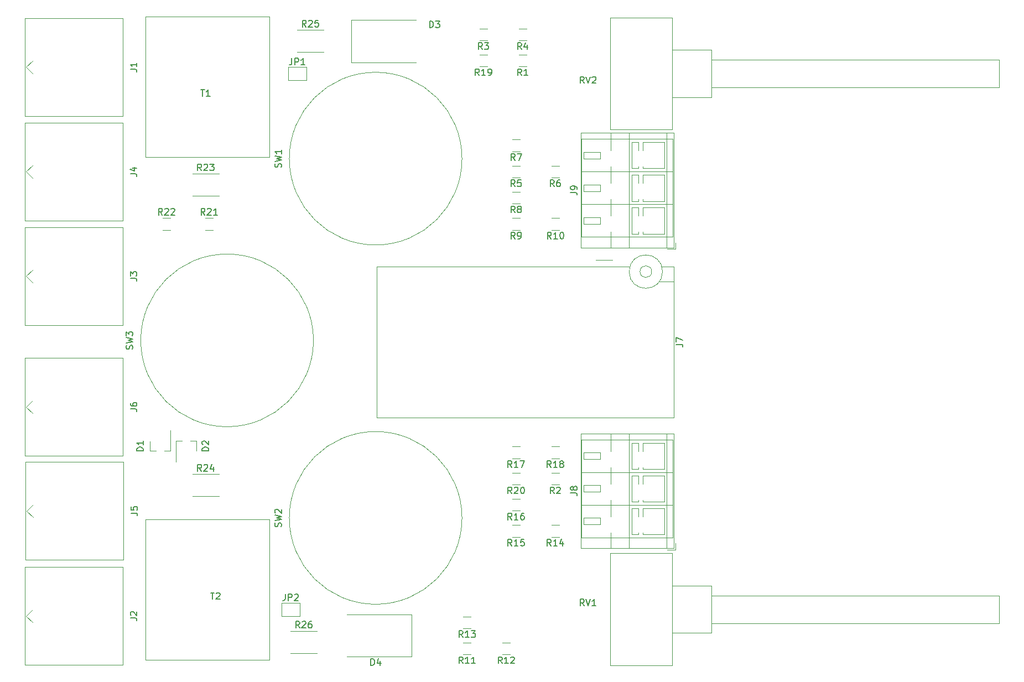
<source format=gbr>
G04 #@! TF.GenerationSoftware,KiCad,Pcbnew,(5.1.5)-3*
G04 #@! TF.CreationDate,2020-06-20T22:53:26+02:00*
G04 #@! TF.ProjectId,Tester,54657374-6572-42e6-9b69-6361645f7063,rev?*
G04 #@! TF.SameCoordinates,Original*
G04 #@! TF.FileFunction,Legend,Top*
G04 #@! TF.FilePolarity,Positive*
%FSLAX46Y46*%
G04 Gerber Fmt 4.6, Leading zero omitted, Abs format (unit mm)*
G04 Created by KiCad (PCBNEW (5.1.5)-3) date 2020-06-20 22:53:26*
%MOMM*%
%LPD*%
G04 APERTURE LIST*
%ADD10C,0.120000*%
%ADD11C,0.150000*%
G04 APERTURE END LIST*
D10*
X139879000Y-60430000D02*
X149420000Y-60430000D01*
X139879000Y-77570000D02*
X149420000Y-77570000D01*
X139879000Y-60430000D02*
X139879000Y-77570000D01*
X149420000Y-60430000D02*
X149420000Y-77570000D01*
X149420000Y-65380000D02*
X155420000Y-65380000D01*
X149420000Y-72620000D02*
X155420000Y-72620000D01*
X149420000Y-65380000D02*
X149420000Y-72620000D01*
X155420000Y-65380000D02*
X155420000Y-72620000D01*
X155420000Y-66880000D02*
X199420000Y-66880000D01*
X155420000Y-71120000D02*
X199420000Y-71120000D01*
X155420000Y-66880000D02*
X155420000Y-71120000D01*
X199420000Y-66880000D02*
X199420000Y-71120000D01*
X137730000Y-97550000D02*
X140270000Y-97550000D01*
X149660000Y-100850000D02*
X147400000Y-100850000D01*
X149660000Y-98570000D02*
X147800000Y-98570000D01*
X149660000Y-121670000D02*
X149660000Y-98570000D01*
X104160000Y-121670000D02*
X149660000Y-121670000D01*
X104160000Y-98570000D02*
X104160000Y-121670000D01*
X142900000Y-98570000D02*
X104160000Y-98570000D01*
X146250000Y-99300000D02*
G75*
G03X146250000Y-99300000I-900000J0D01*
G01*
X147900000Y-99300000D02*
G75*
G03X147900000Y-99300000I-2550000J0D01*
G01*
X149860000Y-95860000D02*
X149860000Y-94860000D01*
X148620000Y-95860000D02*
X149860000Y-95860000D01*
X135850000Y-81000000D02*
X138349000Y-81000000D01*
X135850000Y-82000000D02*
X138349000Y-82000000D01*
X138349000Y-82000000D02*
X138349000Y-81000000D01*
X135850000Y-82000000D02*
X135850000Y-81000000D01*
X143200000Y-79500000D02*
X144200000Y-79500000D01*
X143200000Y-83500000D02*
X144200000Y-83500000D01*
X144200000Y-80770000D02*
X144200000Y-79500000D01*
X144200000Y-83500000D02*
X144200000Y-83230000D01*
X143200000Y-83500000D02*
X143200000Y-79500000D01*
X135500000Y-79000000D02*
X149500000Y-79000000D01*
X135500000Y-84000000D02*
X149500000Y-84000000D01*
X149500000Y-84000000D02*
X149500000Y-79000000D01*
X135500000Y-84000000D02*
X135500000Y-79000000D01*
X144900000Y-79500000D02*
X148200000Y-79500000D01*
X144900000Y-83500000D02*
X148200000Y-83500000D01*
X148200000Y-83500000D02*
X148200000Y-79500000D01*
X144900000Y-80770000D02*
X144900000Y-79500000D01*
X144900000Y-83500000D02*
X144900000Y-83230000D01*
X135850000Y-86000000D02*
X138349000Y-86000000D01*
X135850000Y-87000000D02*
X138349000Y-87000000D01*
X138349000Y-87000000D02*
X138349000Y-86000000D01*
X135850000Y-87000000D02*
X135850000Y-86000000D01*
X143200000Y-84500000D02*
X144200000Y-84500000D01*
X143200000Y-88500000D02*
X144200000Y-88500000D01*
X144200000Y-85770000D02*
X144200000Y-84500000D01*
X144200000Y-88500000D02*
X144200000Y-88230000D01*
X143200000Y-88500000D02*
X143200000Y-84500000D01*
X135500000Y-84000000D02*
X149500000Y-84000000D01*
X135500000Y-89000000D02*
X149500000Y-89000000D01*
X149500000Y-89000000D02*
X149500000Y-84000000D01*
X135500000Y-89000000D02*
X135500000Y-84000000D01*
X144900000Y-84500000D02*
X148200000Y-84500000D01*
X144900000Y-88500000D02*
X148200000Y-88500000D01*
X148200000Y-88500000D02*
X148200000Y-84500000D01*
X144900000Y-85770000D02*
X144900000Y-84500000D01*
X144900000Y-88500000D02*
X144900000Y-88230000D01*
X135850000Y-91000000D02*
X138349000Y-91000000D01*
X135850000Y-92000000D02*
X138349000Y-92000000D01*
X138349000Y-92000000D02*
X138349000Y-91000000D01*
X135850000Y-92000000D02*
X135850000Y-91000000D01*
X143200000Y-89500000D02*
X144200000Y-89500000D01*
X143200000Y-93500000D02*
X144200000Y-93500000D01*
X144200000Y-90770000D02*
X144200000Y-89500000D01*
X144200000Y-93500000D02*
X144200000Y-93230000D01*
X143200000Y-93500000D02*
X143200000Y-89500000D01*
X135500000Y-89000000D02*
X149500000Y-89000000D01*
X135500000Y-94000000D02*
X149500000Y-94000000D01*
X149500000Y-94000000D02*
X149500000Y-89000000D01*
X135500000Y-94000000D02*
X135500000Y-89000000D01*
X144900000Y-89500000D02*
X148200000Y-89500000D01*
X144900000Y-93500000D02*
X148200000Y-93500000D01*
X148200000Y-93500000D02*
X148200000Y-89500000D01*
X144900000Y-90770000D02*
X144900000Y-89500000D01*
X144900000Y-93500000D02*
X144900000Y-93230000D01*
X135380000Y-78080000D02*
X149620000Y-78080000D01*
X135380000Y-95620000D02*
X149620000Y-95620000D01*
X149620000Y-95620000D02*
X149620000Y-78080000D01*
X135380000Y-95620000D02*
X135380000Y-78080000D01*
X140000000Y-80770000D02*
X140000000Y-78080000D01*
X140000000Y-85770000D02*
X140000000Y-83230000D01*
X140000000Y-90770000D02*
X140000000Y-88230000D01*
X140000000Y-95620000D02*
X140000000Y-93230000D01*
X142800000Y-95620000D02*
X142800000Y-78080000D01*
X148500000Y-95620000D02*
X148500000Y-78080000D01*
X149860000Y-141860000D02*
X149860000Y-140860000D01*
X148620000Y-141860000D02*
X149860000Y-141860000D01*
X135850000Y-127000000D02*
X138349000Y-127000000D01*
X135850000Y-128000000D02*
X138349000Y-128000000D01*
X138349000Y-128000000D02*
X138349000Y-127000000D01*
X135850000Y-128000000D02*
X135850000Y-127000000D01*
X143200000Y-125500000D02*
X144200000Y-125500000D01*
X143200000Y-129500000D02*
X144200000Y-129500000D01*
X144200000Y-126770000D02*
X144200000Y-125500000D01*
X144200000Y-129500000D02*
X144200000Y-129230000D01*
X143200000Y-129500000D02*
X143200000Y-125500000D01*
X135500000Y-125000000D02*
X149500000Y-125000000D01*
X135500000Y-130000000D02*
X149500000Y-130000000D01*
X149500000Y-130000000D02*
X149500000Y-125000000D01*
X135500000Y-130000000D02*
X135500000Y-125000000D01*
X144900000Y-125500000D02*
X148200000Y-125500000D01*
X144900000Y-129500000D02*
X148200000Y-129500000D01*
X148200000Y-129500000D02*
X148200000Y-125500000D01*
X144900000Y-126770000D02*
X144900000Y-125500000D01*
X144900000Y-129500000D02*
X144900000Y-129230000D01*
X135850000Y-132000000D02*
X138349000Y-132000000D01*
X135850000Y-133000000D02*
X138349000Y-133000000D01*
X138349000Y-133000000D02*
X138349000Y-132000000D01*
X135850000Y-133000000D02*
X135850000Y-132000000D01*
X143200000Y-130500000D02*
X144200000Y-130500000D01*
X143200000Y-134500000D02*
X144200000Y-134500000D01*
X144200000Y-131770000D02*
X144200000Y-130500000D01*
X144200000Y-134500000D02*
X144200000Y-134230000D01*
X143200000Y-134500000D02*
X143200000Y-130500000D01*
X135500000Y-130000000D02*
X149500000Y-130000000D01*
X135500000Y-135000000D02*
X149500000Y-135000000D01*
X149500000Y-135000000D02*
X149500000Y-130000000D01*
X135500000Y-135000000D02*
X135500000Y-130000000D01*
X144900000Y-130500000D02*
X148200000Y-130500000D01*
X144900000Y-134500000D02*
X148200000Y-134500000D01*
X148200000Y-134500000D02*
X148200000Y-130500000D01*
X144900000Y-131770000D02*
X144900000Y-130500000D01*
X144900000Y-134500000D02*
X144900000Y-134230000D01*
X135850000Y-137000000D02*
X138349000Y-137000000D01*
X135850000Y-138000000D02*
X138349000Y-138000000D01*
X138349000Y-138000000D02*
X138349000Y-137000000D01*
X135850000Y-138000000D02*
X135850000Y-137000000D01*
X143200000Y-135500000D02*
X144200000Y-135500000D01*
X143200000Y-139500000D02*
X144200000Y-139500000D01*
X144200000Y-136770000D02*
X144200000Y-135500000D01*
X144200000Y-139500000D02*
X144200000Y-139230000D01*
X143200000Y-139500000D02*
X143200000Y-135500000D01*
X135500000Y-135000000D02*
X149500000Y-135000000D01*
X135500000Y-140000000D02*
X149500000Y-140000000D01*
X149500000Y-140000000D02*
X149500000Y-135000000D01*
X135500000Y-140000000D02*
X135500000Y-135000000D01*
X144900000Y-135500000D02*
X148200000Y-135500000D01*
X144900000Y-139500000D02*
X148200000Y-139500000D01*
X148200000Y-139500000D02*
X148200000Y-135500000D01*
X144900000Y-136770000D02*
X144900000Y-135500000D01*
X144900000Y-139500000D02*
X144900000Y-139230000D01*
X135380000Y-124080000D02*
X149620000Y-124080000D01*
X135380000Y-141620000D02*
X149620000Y-141620000D01*
X149620000Y-141620000D02*
X149620000Y-124080000D01*
X135380000Y-141620000D02*
X135380000Y-124080000D01*
X140000000Y-126770000D02*
X140000000Y-124080000D01*
X140000000Y-131770000D02*
X140000000Y-129230000D01*
X140000000Y-136770000D02*
X140000000Y-134230000D01*
X140000000Y-141620000D02*
X140000000Y-139230000D01*
X142800000Y-141620000D02*
X142800000Y-124080000D01*
X148500000Y-141620000D02*
X148500000Y-124080000D01*
X109500000Y-158250000D02*
X99600000Y-158250000D01*
X109500000Y-151750000D02*
X99600000Y-151750000D01*
X109500000Y-151750000D02*
X109500000Y-158250000D01*
X100300000Y-60750000D02*
X110200000Y-60750000D01*
X100300000Y-67250000D02*
X110200000Y-67250000D01*
X100300000Y-67250000D02*
X100300000Y-60750000D01*
X89600000Y-150000000D02*
X92400000Y-150000000D01*
X92400000Y-150000000D02*
X92400000Y-152000000D01*
X92400000Y-152000000D02*
X89600000Y-152000000D01*
X89600000Y-152000000D02*
X89600000Y-150000000D01*
X90600000Y-68000000D02*
X93400000Y-68000000D01*
X93400000Y-68000000D02*
X93400000Y-70000000D01*
X93400000Y-70000000D02*
X90600000Y-70000000D01*
X90600000Y-70000000D02*
X90600000Y-68000000D01*
X139879000Y-142430000D02*
X149420000Y-142430000D01*
X139879000Y-159570000D02*
X149420000Y-159570000D01*
X139879000Y-142430000D02*
X139879000Y-159570000D01*
X149420000Y-142430000D02*
X149420000Y-159570000D01*
X149420000Y-147380000D02*
X155420000Y-147380000D01*
X149420000Y-154620000D02*
X155420000Y-154620000D01*
X149420000Y-147380000D02*
X149420000Y-154620000D01*
X155420000Y-147380000D02*
X155420000Y-154620000D01*
X155420000Y-148880000D02*
X199420000Y-148880000D01*
X155420000Y-153120000D02*
X199420000Y-153120000D01*
X155420000Y-148880000D02*
X155420000Y-153120000D01*
X199420000Y-148880000D02*
X199420000Y-153120000D01*
X90947936Y-157710000D02*
X95052064Y-157710000D01*
X90947936Y-154290000D02*
X95052064Y-154290000D01*
X91947936Y-65710000D02*
X96052064Y-65710000D01*
X91947936Y-62290000D02*
X96052064Y-62290000D01*
X75935436Y-87710000D02*
X80039564Y-87710000D01*
X75935436Y-84290000D02*
X80039564Y-84290000D01*
X75935436Y-133710000D02*
X80039564Y-133710000D01*
X75935436Y-130290000D02*
X80039564Y-130290000D01*
X87750000Y-158750000D02*
X68750000Y-158750000D01*
X68750000Y-158750000D02*
X68750000Y-137250000D01*
X68750000Y-137250000D02*
X87750000Y-137250000D01*
X87750000Y-137250000D02*
X87750000Y-158750000D01*
X87750000Y-81750000D02*
X68750000Y-81750000D01*
X68750000Y-81750000D02*
X68750000Y-60250000D01*
X68750000Y-60250000D02*
X87750000Y-60250000D01*
X87750000Y-60250000D02*
X87750000Y-81750000D01*
X94480803Y-109824999D02*
G75*
G03X94480803Y-109824999I-13215000J0D01*
G01*
X117215000Y-137000000D02*
G75*
G03X117215000Y-137000000I-13215000J0D01*
G01*
X117215000Y-82000000D02*
G75*
G03X117215000Y-82000000I-13215000J0D01*
G01*
X71397936Y-92910000D02*
X72602064Y-92910000D01*
X71397936Y-91090000D02*
X72602064Y-91090000D01*
X77910436Y-92910000D02*
X79114564Y-92910000D01*
X77910436Y-91090000D02*
X79114564Y-91090000D01*
X126089564Y-130090000D02*
X124885436Y-130090000D01*
X126089564Y-131910000D02*
X124885436Y-131910000D01*
X121089564Y-66090000D02*
X119885436Y-66090000D01*
X121089564Y-67910000D02*
X119885436Y-67910000D01*
X132089564Y-126090000D02*
X130885436Y-126090000D01*
X132089564Y-127910000D02*
X130885436Y-127910000D01*
X126089564Y-126090000D02*
X124885436Y-126090000D01*
X126089564Y-127910000D02*
X124885436Y-127910000D01*
X126089564Y-134090000D02*
X124885436Y-134090000D01*
X126089564Y-135910000D02*
X124885436Y-135910000D01*
X126089564Y-138090000D02*
X124885436Y-138090000D01*
X126089564Y-139910000D02*
X124885436Y-139910000D01*
X132089564Y-138090000D02*
X130885436Y-138090000D01*
X132089564Y-139910000D02*
X130885436Y-139910000D01*
X118589564Y-152090000D02*
X117385436Y-152090000D01*
X118589564Y-153910000D02*
X117385436Y-153910000D01*
X124589564Y-156090000D02*
X123385436Y-156090000D01*
X124589564Y-157910000D02*
X123385436Y-157910000D01*
X118589564Y-156090000D02*
X117385436Y-156090000D01*
X118589564Y-157910000D02*
X117385436Y-157910000D01*
X132114564Y-91090000D02*
X130910436Y-91090000D01*
X132114564Y-92910000D02*
X130910436Y-92910000D01*
X126089564Y-91090000D02*
X124885436Y-91090000D01*
X126089564Y-92910000D02*
X124885436Y-92910000D01*
X126089564Y-87090000D02*
X124885436Y-87090000D01*
X126089564Y-88910000D02*
X124885436Y-88910000D01*
X132089564Y-83090000D02*
X130885436Y-83090000D01*
X132089564Y-84910000D02*
X130885436Y-84910000D01*
X126089564Y-83090000D02*
X124885436Y-83090000D01*
X126089564Y-84910000D02*
X124885436Y-84910000D01*
X127089564Y-62090000D02*
X125885436Y-62090000D01*
X127089564Y-63910000D02*
X125885436Y-63910000D01*
X121089564Y-62090000D02*
X119885436Y-62090000D01*
X121089564Y-63910000D02*
X119885436Y-63910000D01*
X132089564Y-130090000D02*
X130885436Y-130090000D01*
X132089564Y-131910000D02*
X130885436Y-131910000D01*
X127114564Y-66090000D02*
X125910436Y-66090000D01*
X127114564Y-67910000D02*
X125910436Y-67910000D01*
X126089564Y-79090000D02*
X124885436Y-79090000D01*
X126089564Y-80910000D02*
X124885436Y-80910000D01*
X50500000Y-120000000D02*
X51500000Y-119000000D01*
X50500000Y-120000000D02*
X51500000Y-121000000D01*
X65300000Y-127500000D02*
X50300000Y-127500000D01*
X65300000Y-112500000D02*
X65300000Y-127500000D01*
X50300000Y-112500000D02*
X65300000Y-112500000D01*
X50300000Y-127500000D02*
X50300000Y-112500000D01*
X50580000Y-135920000D02*
X51580000Y-134920000D01*
X50580000Y-135920000D02*
X51580000Y-136920000D01*
X65380000Y-143420000D02*
X50380000Y-143420000D01*
X65380000Y-128420000D02*
X65380000Y-143420000D01*
X50380000Y-128420000D02*
X65380000Y-128420000D01*
X50380000Y-143420000D02*
X50380000Y-128420000D01*
X50500000Y-84000000D02*
X51500000Y-83000000D01*
X50500000Y-84000000D02*
X51500000Y-85000000D01*
X65300000Y-91500000D02*
X50300000Y-91500000D01*
X65300000Y-76500000D02*
X65300000Y-91500000D01*
X50300000Y-76500000D02*
X65300000Y-76500000D01*
X50300000Y-91500000D02*
X50300000Y-76500000D01*
X50500000Y-100000000D02*
X51500000Y-99000000D01*
X50500000Y-100000000D02*
X51500000Y-101000000D01*
X65300000Y-107500000D02*
X50300000Y-107500000D01*
X65300000Y-92500000D02*
X65300000Y-107500000D01*
X50300000Y-92500000D02*
X65300000Y-92500000D01*
X50300000Y-107500000D02*
X50300000Y-92500000D01*
X50500000Y-152000000D02*
X51500000Y-151000000D01*
X50500000Y-152000000D02*
X51500000Y-153000000D01*
X65300000Y-159500000D02*
X50300000Y-159500000D01*
X65300000Y-144500000D02*
X65300000Y-159500000D01*
X50300000Y-144500000D02*
X65300000Y-144500000D01*
X50300000Y-159500000D02*
X50300000Y-144500000D01*
X50500000Y-68000000D02*
X51500000Y-67000000D01*
X50500000Y-68000000D02*
X51500000Y-69000000D01*
X65300000Y-75500000D02*
X50300000Y-75500000D01*
X65300000Y-60500000D02*
X65300000Y-75500000D01*
X50300000Y-60500000D02*
X65300000Y-60500000D01*
X50300000Y-75500000D02*
X50300000Y-60500000D01*
X69420000Y-126760000D02*
X69420000Y-125300000D01*
X72580000Y-126760000D02*
X72580000Y-123600000D01*
X72580000Y-126760000D02*
X71650000Y-126760000D01*
X69420000Y-126760000D02*
X70350000Y-126760000D01*
X76580000Y-125240000D02*
X76580000Y-126700000D01*
X73420000Y-125240000D02*
X73420000Y-128400000D01*
X73420000Y-125240000D02*
X74350000Y-125240000D01*
X76580000Y-125240000D02*
X75650000Y-125240000D01*
D11*
X135904761Y-70452380D02*
X135571428Y-69976190D01*
X135333333Y-70452380D02*
X135333333Y-69452380D01*
X135714285Y-69452380D01*
X135809523Y-69500000D01*
X135857142Y-69547619D01*
X135904761Y-69642857D01*
X135904761Y-69785714D01*
X135857142Y-69880952D01*
X135809523Y-69928571D01*
X135714285Y-69976190D01*
X135333333Y-69976190D01*
X136190476Y-69452380D02*
X136523809Y-70452380D01*
X136857142Y-69452380D01*
X137142857Y-69547619D02*
X137190476Y-69500000D01*
X137285714Y-69452380D01*
X137523809Y-69452380D01*
X137619047Y-69500000D01*
X137666666Y-69547619D01*
X137714285Y-69642857D01*
X137714285Y-69738095D01*
X137666666Y-69880952D01*
X137095238Y-70452380D01*
X137714285Y-70452380D01*
X150012380Y-110453333D02*
X150726666Y-110453333D01*
X150869523Y-110500952D01*
X150964761Y-110596190D01*
X151012380Y-110739047D01*
X151012380Y-110834285D01*
X150012380Y-110072380D02*
X150012380Y-109405714D01*
X151012380Y-109834285D01*
X133832380Y-87183333D02*
X134546666Y-87183333D01*
X134689523Y-87230952D01*
X134784761Y-87326190D01*
X134832380Y-87469047D01*
X134832380Y-87564285D01*
X134832380Y-86659523D02*
X134832380Y-86469047D01*
X134784761Y-86373809D01*
X134737142Y-86326190D01*
X134594285Y-86230952D01*
X134403809Y-86183333D01*
X134022857Y-86183333D01*
X133927619Y-86230952D01*
X133880000Y-86278571D01*
X133832380Y-86373809D01*
X133832380Y-86564285D01*
X133880000Y-86659523D01*
X133927619Y-86707142D01*
X134022857Y-86754761D01*
X134260952Y-86754761D01*
X134356190Y-86707142D01*
X134403809Y-86659523D01*
X134451428Y-86564285D01*
X134451428Y-86373809D01*
X134403809Y-86278571D01*
X134356190Y-86230952D01*
X134260952Y-86183333D01*
X133832380Y-133183333D02*
X134546666Y-133183333D01*
X134689523Y-133230952D01*
X134784761Y-133326190D01*
X134832380Y-133469047D01*
X134832380Y-133564285D01*
X134260952Y-132564285D02*
X134213333Y-132659523D01*
X134165714Y-132707142D01*
X134070476Y-132754761D01*
X134022857Y-132754761D01*
X133927619Y-132707142D01*
X133880000Y-132659523D01*
X133832380Y-132564285D01*
X133832380Y-132373809D01*
X133880000Y-132278571D01*
X133927619Y-132230952D01*
X134022857Y-132183333D01*
X134070476Y-132183333D01*
X134165714Y-132230952D01*
X134213333Y-132278571D01*
X134260952Y-132373809D01*
X134260952Y-132564285D01*
X134308571Y-132659523D01*
X134356190Y-132707142D01*
X134451428Y-132754761D01*
X134641904Y-132754761D01*
X134737142Y-132707142D01*
X134784761Y-132659523D01*
X134832380Y-132564285D01*
X134832380Y-132373809D01*
X134784761Y-132278571D01*
X134737142Y-132230952D01*
X134641904Y-132183333D01*
X134451428Y-132183333D01*
X134356190Y-132230952D01*
X134308571Y-132278571D01*
X134260952Y-132373809D01*
X103261904Y-159552380D02*
X103261904Y-158552380D01*
X103500000Y-158552380D01*
X103642857Y-158600000D01*
X103738095Y-158695238D01*
X103785714Y-158790476D01*
X103833333Y-158980952D01*
X103833333Y-159123809D01*
X103785714Y-159314285D01*
X103738095Y-159409523D01*
X103642857Y-159504761D01*
X103500000Y-159552380D01*
X103261904Y-159552380D01*
X104690476Y-158885714D02*
X104690476Y-159552380D01*
X104452380Y-158504761D02*
X104214285Y-159219047D01*
X104833333Y-159219047D01*
X112261904Y-61952380D02*
X112261904Y-60952380D01*
X112500000Y-60952380D01*
X112642857Y-61000000D01*
X112738095Y-61095238D01*
X112785714Y-61190476D01*
X112833333Y-61380952D01*
X112833333Y-61523809D01*
X112785714Y-61714285D01*
X112738095Y-61809523D01*
X112642857Y-61904761D01*
X112500000Y-61952380D01*
X112261904Y-61952380D01*
X113166666Y-60952380D02*
X113785714Y-60952380D01*
X113452380Y-61333333D01*
X113595238Y-61333333D01*
X113690476Y-61380952D01*
X113738095Y-61428571D01*
X113785714Y-61523809D01*
X113785714Y-61761904D01*
X113738095Y-61857142D01*
X113690476Y-61904761D01*
X113595238Y-61952380D01*
X113309523Y-61952380D01*
X113214285Y-61904761D01*
X113166666Y-61857142D01*
X90166666Y-148652380D02*
X90166666Y-149366666D01*
X90119047Y-149509523D01*
X90023809Y-149604761D01*
X89880952Y-149652380D01*
X89785714Y-149652380D01*
X90642857Y-149652380D02*
X90642857Y-148652380D01*
X91023809Y-148652380D01*
X91119047Y-148700000D01*
X91166666Y-148747619D01*
X91214285Y-148842857D01*
X91214285Y-148985714D01*
X91166666Y-149080952D01*
X91119047Y-149128571D01*
X91023809Y-149176190D01*
X90642857Y-149176190D01*
X91595238Y-148747619D02*
X91642857Y-148700000D01*
X91738095Y-148652380D01*
X91976190Y-148652380D01*
X92071428Y-148700000D01*
X92119047Y-148747619D01*
X92166666Y-148842857D01*
X92166666Y-148938095D01*
X92119047Y-149080952D01*
X91547619Y-149652380D01*
X92166666Y-149652380D01*
X91166666Y-66652380D02*
X91166666Y-67366666D01*
X91119047Y-67509523D01*
X91023809Y-67604761D01*
X90880952Y-67652380D01*
X90785714Y-67652380D01*
X91642857Y-67652380D02*
X91642857Y-66652380D01*
X92023809Y-66652380D01*
X92119047Y-66700000D01*
X92166666Y-66747619D01*
X92214285Y-66842857D01*
X92214285Y-66985714D01*
X92166666Y-67080952D01*
X92119047Y-67128571D01*
X92023809Y-67176190D01*
X91642857Y-67176190D01*
X93166666Y-67652380D02*
X92595238Y-67652380D01*
X92880952Y-67652380D02*
X92880952Y-66652380D01*
X92785714Y-66795238D01*
X92690476Y-66890476D01*
X92595238Y-66938095D01*
X135904761Y-150452380D02*
X135571428Y-149976190D01*
X135333333Y-150452380D02*
X135333333Y-149452380D01*
X135714285Y-149452380D01*
X135809523Y-149500000D01*
X135857142Y-149547619D01*
X135904761Y-149642857D01*
X135904761Y-149785714D01*
X135857142Y-149880952D01*
X135809523Y-149928571D01*
X135714285Y-149976190D01*
X135333333Y-149976190D01*
X136190476Y-149452380D02*
X136523809Y-150452380D01*
X136857142Y-149452380D01*
X137714285Y-150452380D02*
X137142857Y-150452380D01*
X137428571Y-150452380D02*
X137428571Y-149452380D01*
X137333333Y-149595238D01*
X137238095Y-149690476D01*
X137142857Y-149738095D01*
X92357142Y-153832380D02*
X92023809Y-153356190D01*
X91785714Y-153832380D02*
X91785714Y-152832380D01*
X92166666Y-152832380D01*
X92261904Y-152880000D01*
X92309523Y-152927619D01*
X92357142Y-153022857D01*
X92357142Y-153165714D01*
X92309523Y-153260952D01*
X92261904Y-153308571D01*
X92166666Y-153356190D01*
X91785714Y-153356190D01*
X92738095Y-152927619D02*
X92785714Y-152880000D01*
X92880952Y-152832380D01*
X93119047Y-152832380D01*
X93214285Y-152880000D01*
X93261904Y-152927619D01*
X93309523Y-153022857D01*
X93309523Y-153118095D01*
X93261904Y-153260952D01*
X92690476Y-153832380D01*
X93309523Y-153832380D01*
X94166666Y-152832380D02*
X93976190Y-152832380D01*
X93880952Y-152880000D01*
X93833333Y-152927619D01*
X93738095Y-153070476D01*
X93690476Y-153260952D01*
X93690476Y-153641904D01*
X93738095Y-153737142D01*
X93785714Y-153784761D01*
X93880952Y-153832380D01*
X94071428Y-153832380D01*
X94166666Y-153784761D01*
X94214285Y-153737142D01*
X94261904Y-153641904D01*
X94261904Y-153403809D01*
X94214285Y-153308571D01*
X94166666Y-153260952D01*
X94071428Y-153213333D01*
X93880952Y-153213333D01*
X93785714Y-153260952D01*
X93738095Y-153308571D01*
X93690476Y-153403809D01*
X93357142Y-61832380D02*
X93023809Y-61356190D01*
X92785714Y-61832380D02*
X92785714Y-60832380D01*
X93166666Y-60832380D01*
X93261904Y-60880000D01*
X93309523Y-60927619D01*
X93357142Y-61022857D01*
X93357142Y-61165714D01*
X93309523Y-61260952D01*
X93261904Y-61308571D01*
X93166666Y-61356190D01*
X92785714Y-61356190D01*
X93738095Y-60927619D02*
X93785714Y-60880000D01*
X93880952Y-60832380D01*
X94119047Y-60832380D01*
X94214285Y-60880000D01*
X94261904Y-60927619D01*
X94309523Y-61022857D01*
X94309523Y-61118095D01*
X94261904Y-61260952D01*
X93690476Y-61832380D01*
X94309523Y-61832380D01*
X95214285Y-60832380D02*
X94738095Y-60832380D01*
X94690476Y-61308571D01*
X94738095Y-61260952D01*
X94833333Y-61213333D01*
X95071428Y-61213333D01*
X95166666Y-61260952D01*
X95214285Y-61308571D01*
X95261904Y-61403809D01*
X95261904Y-61641904D01*
X95214285Y-61737142D01*
X95166666Y-61784761D01*
X95071428Y-61832380D01*
X94833333Y-61832380D01*
X94738095Y-61784761D01*
X94690476Y-61737142D01*
X77344642Y-83832380D02*
X77011309Y-83356190D01*
X76773214Y-83832380D02*
X76773214Y-82832380D01*
X77154166Y-82832380D01*
X77249404Y-82880000D01*
X77297023Y-82927619D01*
X77344642Y-83022857D01*
X77344642Y-83165714D01*
X77297023Y-83260952D01*
X77249404Y-83308571D01*
X77154166Y-83356190D01*
X76773214Y-83356190D01*
X77725595Y-82927619D02*
X77773214Y-82880000D01*
X77868452Y-82832380D01*
X78106547Y-82832380D01*
X78201785Y-82880000D01*
X78249404Y-82927619D01*
X78297023Y-83022857D01*
X78297023Y-83118095D01*
X78249404Y-83260952D01*
X77677976Y-83832380D01*
X78297023Y-83832380D01*
X78630357Y-82832380D02*
X79249404Y-82832380D01*
X78916071Y-83213333D01*
X79058928Y-83213333D01*
X79154166Y-83260952D01*
X79201785Y-83308571D01*
X79249404Y-83403809D01*
X79249404Y-83641904D01*
X79201785Y-83737142D01*
X79154166Y-83784761D01*
X79058928Y-83832380D01*
X78773214Y-83832380D01*
X78677976Y-83784761D01*
X78630357Y-83737142D01*
X77344642Y-129832380D02*
X77011309Y-129356190D01*
X76773214Y-129832380D02*
X76773214Y-128832380D01*
X77154166Y-128832380D01*
X77249404Y-128880000D01*
X77297023Y-128927619D01*
X77344642Y-129022857D01*
X77344642Y-129165714D01*
X77297023Y-129260952D01*
X77249404Y-129308571D01*
X77154166Y-129356190D01*
X76773214Y-129356190D01*
X77725595Y-128927619D02*
X77773214Y-128880000D01*
X77868452Y-128832380D01*
X78106547Y-128832380D01*
X78201785Y-128880000D01*
X78249404Y-128927619D01*
X78297023Y-129022857D01*
X78297023Y-129118095D01*
X78249404Y-129260952D01*
X77677976Y-129832380D01*
X78297023Y-129832380D01*
X79154166Y-129165714D02*
X79154166Y-129832380D01*
X78916071Y-128784761D02*
X78677976Y-129499047D01*
X79297023Y-129499047D01*
X78738095Y-148452380D02*
X79309523Y-148452380D01*
X79023809Y-149452380D02*
X79023809Y-148452380D01*
X79595238Y-148547619D02*
X79642857Y-148500000D01*
X79738095Y-148452380D01*
X79976190Y-148452380D01*
X80071428Y-148500000D01*
X80119047Y-148547619D01*
X80166666Y-148642857D01*
X80166666Y-148738095D01*
X80119047Y-148880952D01*
X79547619Y-149452380D01*
X80166666Y-149452380D01*
X77238095Y-71452380D02*
X77809523Y-71452380D01*
X77523809Y-72452380D02*
X77523809Y-71452380D01*
X78666666Y-72452380D02*
X78095238Y-72452380D01*
X78380952Y-72452380D02*
X78380952Y-71452380D01*
X78285714Y-71595238D01*
X78190476Y-71690476D01*
X78095238Y-71738095D01*
X66780564Y-111158332D02*
X66828183Y-111015475D01*
X66828183Y-110777379D01*
X66780564Y-110682141D01*
X66732945Y-110634522D01*
X66637707Y-110586903D01*
X66542469Y-110586903D01*
X66447231Y-110634522D01*
X66399612Y-110682141D01*
X66351993Y-110777379D01*
X66304374Y-110967856D01*
X66256755Y-111063094D01*
X66209136Y-111110713D01*
X66113898Y-111158332D01*
X66018660Y-111158332D01*
X65923422Y-111110713D01*
X65875803Y-111063094D01*
X65828183Y-110967856D01*
X65828183Y-110729760D01*
X65875803Y-110586903D01*
X65828183Y-110253570D02*
X66828183Y-110015475D01*
X66113898Y-109824999D01*
X66828183Y-109634522D01*
X65828183Y-109396427D01*
X65828183Y-109110713D02*
X65828183Y-108491665D01*
X66209136Y-108824999D01*
X66209136Y-108682141D01*
X66256755Y-108586903D01*
X66304374Y-108539284D01*
X66399612Y-108491665D01*
X66637707Y-108491665D01*
X66732945Y-108539284D01*
X66780564Y-108586903D01*
X66828183Y-108682141D01*
X66828183Y-108967856D01*
X66780564Y-109063094D01*
X66732945Y-109110713D01*
X89514761Y-138333333D02*
X89562380Y-138190476D01*
X89562380Y-137952380D01*
X89514761Y-137857142D01*
X89467142Y-137809523D01*
X89371904Y-137761904D01*
X89276666Y-137761904D01*
X89181428Y-137809523D01*
X89133809Y-137857142D01*
X89086190Y-137952380D01*
X89038571Y-138142857D01*
X88990952Y-138238095D01*
X88943333Y-138285714D01*
X88848095Y-138333333D01*
X88752857Y-138333333D01*
X88657619Y-138285714D01*
X88610000Y-138238095D01*
X88562380Y-138142857D01*
X88562380Y-137904761D01*
X88610000Y-137761904D01*
X88562380Y-137428571D02*
X89562380Y-137190476D01*
X88848095Y-137000000D01*
X89562380Y-136809523D01*
X88562380Y-136571428D01*
X88657619Y-136238095D02*
X88610000Y-136190476D01*
X88562380Y-136095238D01*
X88562380Y-135857142D01*
X88610000Y-135761904D01*
X88657619Y-135714285D01*
X88752857Y-135666666D01*
X88848095Y-135666666D01*
X88990952Y-135714285D01*
X89562380Y-136285714D01*
X89562380Y-135666666D01*
X89514761Y-83333333D02*
X89562380Y-83190476D01*
X89562380Y-82952380D01*
X89514761Y-82857142D01*
X89467142Y-82809523D01*
X89371904Y-82761904D01*
X89276666Y-82761904D01*
X89181428Y-82809523D01*
X89133809Y-82857142D01*
X89086190Y-82952380D01*
X89038571Y-83142857D01*
X88990952Y-83238095D01*
X88943333Y-83285714D01*
X88848095Y-83333333D01*
X88752857Y-83333333D01*
X88657619Y-83285714D01*
X88610000Y-83238095D01*
X88562380Y-83142857D01*
X88562380Y-82904761D01*
X88610000Y-82761904D01*
X88562380Y-82428571D02*
X89562380Y-82190476D01*
X88848095Y-82000000D01*
X89562380Y-81809523D01*
X88562380Y-81571428D01*
X89562380Y-80666666D02*
X89562380Y-81238095D01*
X89562380Y-80952380D02*
X88562380Y-80952380D01*
X88705238Y-81047619D01*
X88800476Y-81142857D01*
X88848095Y-81238095D01*
X71357142Y-90632380D02*
X71023809Y-90156190D01*
X70785714Y-90632380D02*
X70785714Y-89632380D01*
X71166666Y-89632380D01*
X71261904Y-89680000D01*
X71309523Y-89727619D01*
X71357142Y-89822857D01*
X71357142Y-89965714D01*
X71309523Y-90060952D01*
X71261904Y-90108571D01*
X71166666Y-90156190D01*
X70785714Y-90156190D01*
X71738095Y-89727619D02*
X71785714Y-89680000D01*
X71880952Y-89632380D01*
X72119047Y-89632380D01*
X72214285Y-89680000D01*
X72261904Y-89727619D01*
X72309523Y-89822857D01*
X72309523Y-89918095D01*
X72261904Y-90060952D01*
X71690476Y-90632380D01*
X72309523Y-90632380D01*
X72690476Y-89727619D02*
X72738095Y-89680000D01*
X72833333Y-89632380D01*
X73071428Y-89632380D01*
X73166666Y-89680000D01*
X73214285Y-89727619D01*
X73261904Y-89822857D01*
X73261904Y-89918095D01*
X73214285Y-90060952D01*
X72642857Y-90632380D01*
X73261904Y-90632380D01*
X77869642Y-90632380D02*
X77536309Y-90156190D01*
X77298214Y-90632380D02*
X77298214Y-89632380D01*
X77679166Y-89632380D01*
X77774404Y-89680000D01*
X77822023Y-89727619D01*
X77869642Y-89822857D01*
X77869642Y-89965714D01*
X77822023Y-90060952D01*
X77774404Y-90108571D01*
X77679166Y-90156190D01*
X77298214Y-90156190D01*
X78250595Y-89727619D02*
X78298214Y-89680000D01*
X78393452Y-89632380D01*
X78631547Y-89632380D01*
X78726785Y-89680000D01*
X78774404Y-89727619D01*
X78822023Y-89822857D01*
X78822023Y-89918095D01*
X78774404Y-90060952D01*
X78202976Y-90632380D01*
X78822023Y-90632380D01*
X79774404Y-90632380D02*
X79202976Y-90632380D01*
X79488690Y-90632380D02*
X79488690Y-89632380D01*
X79393452Y-89775238D01*
X79298214Y-89870476D01*
X79202976Y-89918095D01*
X124844642Y-133272380D02*
X124511309Y-132796190D01*
X124273214Y-133272380D02*
X124273214Y-132272380D01*
X124654166Y-132272380D01*
X124749404Y-132320000D01*
X124797023Y-132367619D01*
X124844642Y-132462857D01*
X124844642Y-132605714D01*
X124797023Y-132700952D01*
X124749404Y-132748571D01*
X124654166Y-132796190D01*
X124273214Y-132796190D01*
X125225595Y-132367619D02*
X125273214Y-132320000D01*
X125368452Y-132272380D01*
X125606547Y-132272380D01*
X125701785Y-132320000D01*
X125749404Y-132367619D01*
X125797023Y-132462857D01*
X125797023Y-132558095D01*
X125749404Y-132700952D01*
X125177976Y-133272380D01*
X125797023Y-133272380D01*
X126416071Y-132272380D02*
X126511309Y-132272380D01*
X126606547Y-132320000D01*
X126654166Y-132367619D01*
X126701785Y-132462857D01*
X126749404Y-132653333D01*
X126749404Y-132891428D01*
X126701785Y-133081904D01*
X126654166Y-133177142D01*
X126606547Y-133224761D01*
X126511309Y-133272380D01*
X126416071Y-133272380D01*
X126320833Y-133224761D01*
X126273214Y-133177142D01*
X126225595Y-133081904D01*
X126177976Y-132891428D01*
X126177976Y-132653333D01*
X126225595Y-132462857D01*
X126273214Y-132367619D01*
X126320833Y-132320000D01*
X126416071Y-132272380D01*
X119844642Y-69272380D02*
X119511309Y-68796190D01*
X119273214Y-69272380D02*
X119273214Y-68272380D01*
X119654166Y-68272380D01*
X119749404Y-68320000D01*
X119797023Y-68367619D01*
X119844642Y-68462857D01*
X119844642Y-68605714D01*
X119797023Y-68700952D01*
X119749404Y-68748571D01*
X119654166Y-68796190D01*
X119273214Y-68796190D01*
X120797023Y-69272380D02*
X120225595Y-69272380D01*
X120511309Y-69272380D02*
X120511309Y-68272380D01*
X120416071Y-68415238D01*
X120320833Y-68510476D01*
X120225595Y-68558095D01*
X121273214Y-69272380D02*
X121463690Y-69272380D01*
X121558928Y-69224761D01*
X121606547Y-69177142D01*
X121701785Y-69034285D01*
X121749404Y-68843809D01*
X121749404Y-68462857D01*
X121701785Y-68367619D01*
X121654166Y-68320000D01*
X121558928Y-68272380D01*
X121368452Y-68272380D01*
X121273214Y-68320000D01*
X121225595Y-68367619D01*
X121177976Y-68462857D01*
X121177976Y-68700952D01*
X121225595Y-68796190D01*
X121273214Y-68843809D01*
X121368452Y-68891428D01*
X121558928Y-68891428D01*
X121654166Y-68843809D01*
X121701785Y-68796190D01*
X121749404Y-68700952D01*
X130844642Y-129272380D02*
X130511309Y-128796190D01*
X130273214Y-129272380D02*
X130273214Y-128272380D01*
X130654166Y-128272380D01*
X130749404Y-128320000D01*
X130797023Y-128367619D01*
X130844642Y-128462857D01*
X130844642Y-128605714D01*
X130797023Y-128700952D01*
X130749404Y-128748571D01*
X130654166Y-128796190D01*
X130273214Y-128796190D01*
X131797023Y-129272380D02*
X131225595Y-129272380D01*
X131511309Y-129272380D02*
X131511309Y-128272380D01*
X131416071Y-128415238D01*
X131320833Y-128510476D01*
X131225595Y-128558095D01*
X132368452Y-128700952D02*
X132273214Y-128653333D01*
X132225595Y-128605714D01*
X132177976Y-128510476D01*
X132177976Y-128462857D01*
X132225595Y-128367619D01*
X132273214Y-128320000D01*
X132368452Y-128272380D01*
X132558928Y-128272380D01*
X132654166Y-128320000D01*
X132701785Y-128367619D01*
X132749404Y-128462857D01*
X132749404Y-128510476D01*
X132701785Y-128605714D01*
X132654166Y-128653333D01*
X132558928Y-128700952D01*
X132368452Y-128700952D01*
X132273214Y-128748571D01*
X132225595Y-128796190D01*
X132177976Y-128891428D01*
X132177976Y-129081904D01*
X132225595Y-129177142D01*
X132273214Y-129224761D01*
X132368452Y-129272380D01*
X132558928Y-129272380D01*
X132654166Y-129224761D01*
X132701785Y-129177142D01*
X132749404Y-129081904D01*
X132749404Y-128891428D01*
X132701785Y-128796190D01*
X132654166Y-128748571D01*
X132558928Y-128700952D01*
X124844642Y-129272380D02*
X124511309Y-128796190D01*
X124273214Y-129272380D02*
X124273214Y-128272380D01*
X124654166Y-128272380D01*
X124749404Y-128320000D01*
X124797023Y-128367619D01*
X124844642Y-128462857D01*
X124844642Y-128605714D01*
X124797023Y-128700952D01*
X124749404Y-128748571D01*
X124654166Y-128796190D01*
X124273214Y-128796190D01*
X125797023Y-129272380D02*
X125225595Y-129272380D01*
X125511309Y-129272380D02*
X125511309Y-128272380D01*
X125416071Y-128415238D01*
X125320833Y-128510476D01*
X125225595Y-128558095D01*
X126130357Y-128272380D02*
X126797023Y-128272380D01*
X126368452Y-129272380D01*
X124844642Y-137272380D02*
X124511309Y-136796190D01*
X124273214Y-137272380D02*
X124273214Y-136272380D01*
X124654166Y-136272380D01*
X124749404Y-136320000D01*
X124797023Y-136367619D01*
X124844642Y-136462857D01*
X124844642Y-136605714D01*
X124797023Y-136700952D01*
X124749404Y-136748571D01*
X124654166Y-136796190D01*
X124273214Y-136796190D01*
X125797023Y-137272380D02*
X125225595Y-137272380D01*
X125511309Y-137272380D02*
X125511309Y-136272380D01*
X125416071Y-136415238D01*
X125320833Y-136510476D01*
X125225595Y-136558095D01*
X126654166Y-136272380D02*
X126463690Y-136272380D01*
X126368452Y-136320000D01*
X126320833Y-136367619D01*
X126225595Y-136510476D01*
X126177976Y-136700952D01*
X126177976Y-137081904D01*
X126225595Y-137177142D01*
X126273214Y-137224761D01*
X126368452Y-137272380D01*
X126558928Y-137272380D01*
X126654166Y-137224761D01*
X126701785Y-137177142D01*
X126749404Y-137081904D01*
X126749404Y-136843809D01*
X126701785Y-136748571D01*
X126654166Y-136700952D01*
X126558928Y-136653333D01*
X126368452Y-136653333D01*
X126273214Y-136700952D01*
X126225595Y-136748571D01*
X126177976Y-136843809D01*
X124844642Y-141272380D02*
X124511309Y-140796190D01*
X124273214Y-141272380D02*
X124273214Y-140272380D01*
X124654166Y-140272380D01*
X124749404Y-140320000D01*
X124797023Y-140367619D01*
X124844642Y-140462857D01*
X124844642Y-140605714D01*
X124797023Y-140700952D01*
X124749404Y-140748571D01*
X124654166Y-140796190D01*
X124273214Y-140796190D01*
X125797023Y-141272380D02*
X125225595Y-141272380D01*
X125511309Y-141272380D02*
X125511309Y-140272380D01*
X125416071Y-140415238D01*
X125320833Y-140510476D01*
X125225595Y-140558095D01*
X126701785Y-140272380D02*
X126225595Y-140272380D01*
X126177976Y-140748571D01*
X126225595Y-140700952D01*
X126320833Y-140653333D01*
X126558928Y-140653333D01*
X126654166Y-140700952D01*
X126701785Y-140748571D01*
X126749404Y-140843809D01*
X126749404Y-141081904D01*
X126701785Y-141177142D01*
X126654166Y-141224761D01*
X126558928Y-141272380D01*
X126320833Y-141272380D01*
X126225595Y-141224761D01*
X126177976Y-141177142D01*
X130844642Y-141272380D02*
X130511309Y-140796190D01*
X130273214Y-141272380D02*
X130273214Y-140272380D01*
X130654166Y-140272380D01*
X130749404Y-140320000D01*
X130797023Y-140367619D01*
X130844642Y-140462857D01*
X130844642Y-140605714D01*
X130797023Y-140700952D01*
X130749404Y-140748571D01*
X130654166Y-140796190D01*
X130273214Y-140796190D01*
X131797023Y-141272380D02*
X131225595Y-141272380D01*
X131511309Y-141272380D02*
X131511309Y-140272380D01*
X131416071Y-140415238D01*
X131320833Y-140510476D01*
X131225595Y-140558095D01*
X132654166Y-140605714D02*
X132654166Y-141272380D01*
X132416071Y-140224761D02*
X132177976Y-140939047D01*
X132797023Y-140939047D01*
X117344642Y-155272380D02*
X117011309Y-154796190D01*
X116773214Y-155272380D02*
X116773214Y-154272380D01*
X117154166Y-154272380D01*
X117249404Y-154320000D01*
X117297023Y-154367619D01*
X117344642Y-154462857D01*
X117344642Y-154605714D01*
X117297023Y-154700952D01*
X117249404Y-154748571D01*
X117154166Y-154796190D01*
X116773214Y-154796190D01*
X118297023Y-155272380D02*
X117725595Y-155272380D01*
X118011309Y-155272380D02*
X118011309Y-154272380D01*
X117916071Y-154415238D01*
X117820833Y-154510476D01*
X117725595Y-154558095D01*
X118630357Y-154272380D02*
X119249404Y-154272380D01*
X118916071Y-154653333D01*
X119058928Y-154653333D01*
X119154166Y-154700952D01*
X119201785Y-154748571D01*
X119249404Y-154843809D01*
X119249404Y-155081904D01*
X119201785Y-155177142D01*
X119154166Y-155224761D01*
X119058928Y-155272380D01*
X118773214Y-155272380D01*
X118677976Y-155224761D01*
X118630357Y-155177142D01*
X123344642Y-159272380D02*
X123011309Y-158796190D01*
X122773214Y-159272380D02*
X122773214Y-158272380D01*
X123154166Y-158272380D01*
X123249404Y-158320000D01*
X123297023Y-158367619D01*
X123344642Y-158462857D01*
X123344642Y-158605714D01*
X123297023Y-158700952D01*
X123249404Y-158748571D01*
X123154166Y-158796190D01*
X122773214Y-158796190D01*
X124297023Y-159272380D02*
X123725595Y-159272380D01*
X124011309Y-159272380D02*
X124011309Y-158272380D01*
X123916071Y-158415238D01*
X123820833Y-158510476D01*
X123725595Y-158558095D01*
X124677976Y-158367619D02*
X124725595Y-158320000D01*
X124820833Y-158272380D01*
X125058928Y-158272380D01*
X125154166Y-158320000D01*
X125201785Y-158367619D01*
X125249404Y-158462857D01*
X125249404Y-158558095D01*
X125201785Y-158700952D01*
X124630357Y-159272380D01*
X125249404Y-159272380D01*
X117344642Y-159272380D02*
X117011309Y-158796190D01*
X116773214Y-159272380D02*
X116773214Y-158272380D01*
X117154166Y-158272380D01*
X117249404Y-158320000D01*
X117297023Y-158367619D01*
X117344642Y-158462857D01*
X117344642Y-158605714D01*
X117297023Y-158700952D01*
X117249404Y-158748571D01*
X117154166Y-158796190D01*
X116773214Y-158796190D01*
X118297023Y-159272380D02*
X117725595Y-159272380D01*
X118011309Y-159272380D02*
X118011309Y-158272380D01*
X117916071Y-158415238D01*
X117820833Y-158510476D01*
X117725595Y-158558095D01*
X119249404Y-159272380D02*
X118677976Y-159272380D01*
X118963690Y-159272380D02*
X118963690Y-158272380D01*
X118868452Y-158415238D01*
X118773214Y-158510476D01*
X118677976Y-158558095D01*
X130869642Y-94272380D02*
X130536309Y-93796190D01*
X130298214Y-94272380D02*
X130298214Y-93272380D01*
X130679166Y-93272380D01*
X130774404Y-93320000D01*
X130822023Y-93367619D01*
X130869642Y-93462857D01*
X130869642Y-93605714D01*
X130822023Y-93700952D01*
X130774404Y-93748571D01*
X130679166Y-93796190D01*
X130298214Y-93796190D01*
X131822023Y-94272380D02*
X131250595Y-94272380D01*
X131536309Y-94272380D02*
X131536309Y-93272380D01*
X131441071Y-93415238D01*
X131345833Y-93510476D01*
X131250595Y-93558095D01*
X132441071Y-93272380D02*
X132536309Y-93272380D01*
X132631547Y-93320000D01*
X132679166Y-93367619D01*
X132726785Y-93462857D01*
X132774404Y-93653333D01*
X132774404Y-93891428D01*
X132726785Y-94081904D01*
X132679166Y-94177142D01*
X132631547Y-94224761D01*
X132536309Y-94272380D01*
X132441071Y-94272380D01*
X132345833Y-94224761D01*
X132298214Y-94177142D01*
X132250595Y-94081904D01*
X132202976Y-93891428D01*
X132202976Y-93653333D01*
X132250595Y-93462857D01*
X132298214Y-93367619D01*
X132345833Y-93320000D01*
X132441071Y-93272380D01*
X125320833Y-94272380D02*
X124987500Y-93796190D01*
X124749404Y-94272380D02*
X124749404Y-93272380D01*
X125130357Y-93272380D01*
X125225595Y-93320000D01*
X125273214Y-93367619D01*
X125320833Y-93462857D01*
X125320833Y-93605714D01*
X125273214Y-93700952D01*
X125225595Y-93748571D01*
X125130357Y-93796190D01*
X124749404Y-93796190D01*
X125797023Y-94272380D02*
X125987500Y-94272380D01*
X126082738Y-94224761D01*
X126130357Y-94177142D01*
X126225595Y-94034285D01*
X126273214Y-93843809D01*
X126273214Y-93462857D01*
X126225595Y-93367619D01*
X126177976Y-93320000D01*
X126082738Y-93272380D01*
X125892261Y-93272380D01*
X125797023Y-93320000D01*
X125749404Y-93367619D01*
X125701785Y-93462857D01*
X125701785Y-93700952D01*
X125749404Y-93796190D01*
X125797023Y-93843809D01*
X125892261Y-93891428D01*
X126082738Y-93891428D01*
X126177976Y-93843809D01*
X126225595Y-93796190D01*
X126273214Y-93700952D01*
X125320833Y-90272380D02*
X124987500Y-89796190D01*
X124749404Y-90272380D02*
X124749404Y-89272380D01*
X125130357Y-89272380D01*
X125225595Y-89320000D01*
X125273214Y-89367619D01*
X125320833Y-89462857D01*
X125320833Y-89605714D01*
X125273214Y-89700952D01*
X125225595Y-89748571D01*
X125130357Y-89796190D01*
X124749404Y-89796190D01*
X125892261Y-89700952D02*
X125797023Y-89653333D01*
X125749404Y-89605714D01*
X125701785Y-89510476D01*
X125701785Y-89462857D01*
X125749404Y-89367619D01*
X125797023Y-89320000D01*
X125892261Y-89272380D01*
X126082738Y-89272380D01*
X126177976Y-89320000D01*
X126225595Y-89367619D01*
X126273214Y-89462857D01*
X126273214Y-89510476D01*
X126225595Y-89605714D01*
X126177976Y-89653333D01*
X126082738Y-89700952D01*
X125892261Y-89700952D01*
X125797023Y-89748571D01*
X125749404Y-89796190D01*
X125701785Y-89891428D01*
X125701785Y-90081904D01*
X125749404Y-90177142D01*
X125797023Y-90224761D01*
X125892261Y-90272380D01*
X126082738Y-90272380D01*
X126177976Y-90224761D01*
X126225595Y-90177142D01*
X126273214Y-90081904D01*
X126273214Y-89891428D01*
X126225595Y-89796190D01*
X126177976Y-89748571D01*
X126082738Y-89700952D01*
X131320833Y-86272380D02*
X130987500Y-85796190D01*
X130749404Y-86272380D02*
X130749404Y-85272380D01*
X131130357Y-85272380D01*
X131225595Y-85320000D01*
X131273214Y-85367619D01*
X131320833Y-85462857D01*
X131320833Y-85605714D01*
X131273214Y-85700952D01*
X131225595Y-85748571D01*
X131130357Y-85796190D01*
X130749404Y-85796190D01*
X132177976Y-85272380D02*
X131987500Y-85272380D01*
X131892261Y-85320000D01*
X131844642Y-85367619D01*
X131749404Y-85510476D01*
X131701785Y-85700952D01*
X131701785Y-86081904D01*
X131749404Y-86177142D01*
X131797023Y-86224761D01*
X131892261Y-86272380D01*
X132082738Y-86272380D01*
X132177976Y-86224761D01*
X132225595Y-86177142D01*
X132273214Y-86081904D01*
X132273214Y-85843809D01*
X132225595Y-85748571D01*
X132177976Y-85700952D01*
X132082738Y-85653333D01*
X131892261Y-85653333D01*
X131797023Y-85700952D01*
X131749404Y-85748571D01*
X131701785Y-85843809D01*
X125320833Y-86272380D02*
X124987500Y-85796190D01*
X124749404Y-86272380D02*
X124749404Y-85272380D01*
X125130357Y-85272380D01*
X125225595Y-85320000D01*
X125273214Y-85367619D01*
X125320833Y-85462857D01*
X125320833Y-85605714D01*
X125273214Y-85700952D01*
X125225595Y-85748571D01*
X125130357Y-85796190D01*
X124749404Y-85796190D01*
X126225595Y-85272380D02*
X125749404Y-85272380D01*
X125701785Y-85748571D01*
X125749404Y-85700952D01*
X125844642Y-85653333D01*
X126082738Y-85653333D01*
X126177976Y-85700952D01*
X126225595Y-85748571D01*
X126273214Y-85843809D01*
X126273214Y-86081904D01*
X126225595Y-86177142D01*
X126177976Y-86224761D01*
X126082738Y-86272380D01*
X125844642Y-86272380D01*
X125749404Y-86224761D01*
X125701785Y-86177142D01*
X126320833Y-65272380D02*
X125987500Y-64796190D01*
X125749404Y-65272380D02*
X125749404Y-64272380D01*
X126130357Y-64272380D01*
X126225595Y-64320000D01*
X126273214Y-64367619D01*
X126320833Y-64462857D01*
X126320833Y-64605714D01*
X126273214Y-64700952D01*
X126225595Y-64748571D01*
X126130357Y-64796190D01*
X125749404Y-64796190D01*
X127177976Y-64605714D02*
X127177976Y-65272380D01*
X126939880Y-64224761D02*
X126701785Y-64939047D01*
X127320833Y-64939047D01*
X120320833Y-65272380D02*
X119987500Y-64796190D01*
X119749404Y-65272380D02*
X119749404Y-64272380D01*
X120130357Y-64272380D01*
X120225595Y-64320000D01*
X120273214Y-64367619D01*
X120320833Y-64462857D01*
X120320833Y-64605714D01*
X120273214Y-64700952D01*
X120225595Y-64748571D01*
X120130357Y-64796190D01*
X119749404Y-64796190D01*
X120654166Y-64272380D02*
X121273214Y-64272380D01*
X120939880Y-64653333D01*
X121082738Y-64653333D01*
X121177976Y-64700952D01*
X121225595Y-64748571D01*
X121273214Y-64843809D01*
X121273214Y-65081904D01*
X121225595Y-65177142D01*
X121177976Y-65224761D01*
X121082738Y-65272380D01*
X120797023Y-65272380D01*
X120701785Y-65224761D01*
X120654166Y-65177142D01*
X131320833Y-133272380D02*
X130987500Y-132796190D01*
X130749404Y-133272380D02*
X130749404Y-132272380D01*
X131130357Y-132272380D01*
X131225595Y-132320000D01*
X131273214Y-132367619D01*
X131320833Y-132462857D01*
X131320833Y-132605714D01*
X131273214Y-132700952D01*
X131225595Y-132748571D01*
X131130357Y-132796190D01*
X130749404Y-132796190D01*
X131701785Y-132367619D02*
X131749404Y-132320000D01*
X131844642Y-132272380D01*
X132082738Y-132272380D01*
X132177976Y-132320000D01*
X132225595Y-132367619D01*
X132273214Y-132462857D01*
X132273214Y-132558095D01*
X132225595Y-132700952D01*
X131654166Y-133272380D01*
X132273214Y-133272380D01*
X126345833Y-69272380D02*
X126012500Y-68796190D01*
X125774404Y-69272380D02*
X125774404Y-68272380D01*
X126155357Y-68272380D01*
X126250595Y-68320000D01*
X126298214Y-68367619D01*
X126345833Y-68462857D01*
X126345833Y-68605714D01*
X126298214Y-68700952D01*
X126250595Y-68748571D01*
X126155357Y-68796190D01*
X125774404Y-68796190D01*
X127298214Y-69272380D02*
X126726785Y-69272380D01*
X127012500Y-69272380D02*
X127012500Y-68272380D01*
X126917261Y-68415238D01*
X126822023Y-68510476D01*
X126726785Y-68558095D01*
X125320833Y-82272380D02*
X124987500Y-81796190D01*
X124749404Y-82272380D02*
X124749404Y-81272380D01*
X125130357Y-81272380D01*
X125225595Y-81320000D01*
X125273214Y-81367619D01*
X125320833Y-81462857D01*
X125320833Y-81605714D01*
X125273214Y-81700952D01*
X125225595Y-81748571D01*
X125130357Y-81796190D01*
X124749404Y-81796190D01*
X125654166Y-81272380D02*
X126320833Y-81272380D01*
X125892261Y-82272380D01*
X66452380Y-120333333D02*
X67166666Y-120333333D01*
X67309523Y-120380952D01*
X67404761Y-120476190D01*
X67452380Y-120619047D01*
X67452380Y-120714285D01*
X66452380Y-119428571D02*
X66452380Y-119619047D01*
X66500000Y-119714285D01*
X66547619Y-119761904D01*
X66690476Y-119857142D01*
X66880952Y-119904761D01*
X67261904Y-119904761D01*
X67357142Y-119857142D01*
X67404761Y-119809523D01*
X67452380Y-119714285D01*
X67452380Y-119523809D01*
X67404761Y-119428571D01*
X67357142Y-119380952D01*
X67261904Y-119333333D01*
X67023809Y-119333333D01*
X66928571Y-119380952D01*
X66880952Y-119428571D01*
X66833333Y-119523809D01*
X66833333Y-119714285D01*
X66880952Y-119809523D01*
X66928571Y-119857142D01*
X67023809Y-119904761D01*
X66532380Y-136253333D02*
X67246666Y-136253333D01*
X67389523Y-136300952D01*
X67484761Y-136396190D01*
X67532380Y-136539047D01*
X67532380Y-136634285D01*
X66532380Y-135300952D02*
X66532380Y-135777142D01*
X67008571Y-135824761D01*
X66960952Y-135777142D01*
X66913333Y-135681904D01*
X66913333Y-135443809D01*
X66960952Y-135348571D01*
X67008571Y-135300952D01*
X67103809Y-135253333D01*
X67341904Y-135253333D01*
X67437142Y-135300952D01*
X67484761Y-135348571D01*
X67532380Y-135443809D01*
X67532380Y-135681904D01*
X67484761Y-135777142D01*
X67437142Y-135824761D01*
X66452380Y-84333333D02*
X67166666Y-84333333D01*
X67309523Y-84380952D01*
X67404761Y-84476190D01*
X67452380Y-84619047D01*
X67452380Y-84714285D01*
X66785714Y-83428571D02*
X67452380Y-83428571D01*
X66404761Y-83666666D02*
X67119047Y-83904761D01*
X67119047Y-83285714D01*
X66452380Y-100333333D02*
X67166666Y-100333333D01*
X67309523Y-100380952D01*
X67404761Y-100476190D01*
X67452380Y-100619047D01*
X67452380Y-100714285D01*
X66452380Y-99952380D02*
X66452380Y-99333333D01*
X66833333Y-99666666D01*
X66833333Y-99523809D01*
X66880952Y-99428571D01*
X66928571Y-99380952D01*
X67023809Y-99333333D01*
X67261904Y-99333333D01*
X67357142Y-99380952D01*
X67404761Y-99428571D01*
X67452380Y-99523809D01*
X67452380Y-99809523D01*
X67404761Y-99904761D01*
X67357142Y-99952380D01*
X66452380Y-152333333D02*
X67166666Y-152333333D01*
X67309523Y-152380952D01*
X67404761Y-152476190D01*
X67452380Y-152619047D01*
X67452380Y-152714285D01*
X66547619Y-151904761D02*
X66500000Y-151857142D01*
X66452380Y-151761904D01*
X66452380Y-151523809D01*
X66500000Y-151428571D01*
X66547619Y-151380952D01*
X66642857Y-151333333D01*
X66738095Y-151333333D01*
X66880952Y-151380952D01*
X67452380Y-151952380D01*
X67452380Y-151333333D01*
X66452380Y-68333333D02*
X67166666Y-68333333D01*
X67309523Y-68380952D01*
X67404761Y-68476190D01*
X67452380Y-68619047D01*
X67452380Y-68714285D01*
X67452380Y-67333333D02*
X67452380Y-67904761D01*
X67452380Y-67619047D02*
X66452380Y-67619047D01*
X66595238Y-67714285D01*
X66690476Y-67809523D01*
X66738095Y-67904761D01*
X78452380Y-126738095D02*
X77452380Y-126738095D01*
X77452380Y-126500000D01*
X77500000Y-126357142D01*
X77595238Y-126261904D01*
X77690476Y-126214285D01*
X77880952Y-126166666D01*
X78023809Y-126166666D01*
X78214285Y-126214285D01*
X78309523Y-126261904D01*
X78404761Y-126357142D01*
X78452380Y-126500000D01*
X78452380Y-126738095D01*
X77547619Y-125785714D02*
X77500000Y-125738095D01*
X77452380Y-125642857D01*
X77452380Y-125404761D01*
X77500000Y-125309523D01*
X77547619Y-125261904D01*
X77642857Y-125214285D01*
X77738095Y-125214285D01*
X77880952Y-125261904D01*
X78452380Y-125833333D01*
X78452380Y-125214285D01*
X68452380Y-126738095D02*
X67452380Y-126738095D01*
X67452380Y-126500000D01*
X67500000Y-126357142D01*
X67595238Y-126261904D01*
X67690476Y-126214285D01*
X67880952Y-126166666D01*
X68023809Y-126166666D01*
X68214285Y-126214285D01*
X68309523Y-126261904D01*
X68404761Y-126357142D01*
X68452380Y-126500000D01*
X68452380Y-126738095D01*
X68452380Y-125214285D02*
X68452380Y-125785714D01*
X68452380Y-125500000D02*
X67452380Y-125500000D01*
X67595238Y-125595238D01*
X67690476Y-125690476D01*
X67738095Y-125785714D01*
M02*

</source>
